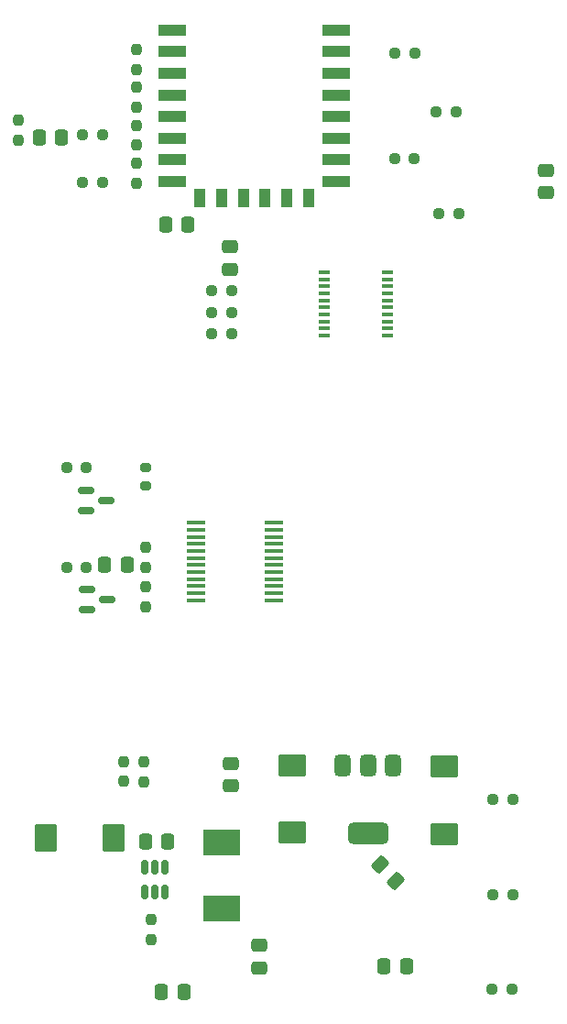
<source format=gtp>
G04 #@! TF.GenerationSoftware,KiCad,Pcbnew,8.0.0*
G04 #@! TF.CreationDate,2024-03-12T14:16:29+01:00*
G04 #@! TF.ProjectId,Samochodzik,53616d6f-6368-46f6-947a-696b2e6b6963,rev?*
G04 #@! TF.SameCoordinates,Original*
G04 #@! TF.FileFunction,Paste,Top*
G04 #@! TF.FilePolarity,Positive*
%FSLAX46Y46*%
G04 Gerber Fmt 4.6, Leading zero omitted, Abs format (unit mm)*
G04 Created by KiCad (PCBNEW 8.0.0) date 2024-03-12 14:16:29*
%MOMM*%
%LPD*%
G01*
G04 APERTURE LIST*
G04 Aperture macros list*
%AMRoundRect*
0 Rectangle with rounded corners*
0 $1 Rounding radius*
0 $2 $3 $4 $5 $6 $7 $8 $9 X,Y pos of 4 corners*
0 Add a 4 corners polygon primitive as box body*
4,1,4,$2,$3,$4,$5,$6,$7,$8,$9,$2,$3,0*
0 Add four circle primitives for the rounded corners*
1,1,$1+$1,$2,$3*
1,1,$1+$1,$4,$5*
1,1,$1+$1,$6,$7*
1,1,$1+$1,$8,$9*
0 Add four rect primitives between the rounded corners*
20,1,$1+$1,$2,$3,$4,$5,0*
20,1,$1+$1,$4,$5,$6,$7,0*
20,1,$1+$1,$6,$7,$8,$9,0*
20,1,$1+$1,$8,$9,$2,$3,0*%
G04 Aperture macros list end*
%ADD10RoundRect,0.150000X-0.150000X0.512500X-0.150000X-0.512500X0.150000X-0.512500X0.150000X0.512500X0*%
%ADD11RoundRect,0.250000X-0.337500X-0.475000X0.337500X-0.475000X0.337500X0.475000X-0.337500X0.475000X0*%
%ADD12RoundRect,0.237500X-0.250000X-0.237500X0.250000X-0.237500X0.250000X0.237500X-0.250000X0.237500X0*%
%ADD13RoundRect,0.237500X0.250000X0.237500X-0.250000X0.237500X-0.250000X-0.237500X0.250000X-0.237500X0*%
%ADD14RoundRect,0.375000X-0.375000X0.625000X-0.375000X-0.625000X0.375000X-0.625000X0.375000X0.625000X0*%
%ADD15RoundRect,0.500000X-1.400000X0.500000X-1.400000X-0.500000X1.400000X-0.500000X1.400000X0.500000X0*%
%ADD16RoundRect,0.237500X0.237500X-0.250000X0.237500X0.250000X-0.237500X0.250000X-0.237500X-0.250000X0*%
%ADD17R,1.000000X0.400000*%
%ADD18RoundRect,0.250000X-0.574524X-0.097227X-0.097227X-0.574524X0.574524X0.097227X0.097227X0.574524X0*%
%ADD19RoundRect,0.250000X0.787500X1.025000X-0.787500X1.025000X-0.787500X-1.025000X0.787500X-1.025000X0*%
%ADD20RoundRect,0.250000X-1.025000X0.787500X-1.025000X-0.787500X1.025000X-0.787500X1.025000X0.787500X0*%
%ADD21RoundRect,0.237500X-0.237500X0.250000X-0.237500X-0.250000X0.237500X-0.250000X0.237500X0.250000X0*%
%ADD22RoundRect,0.250000X0.337500X0.475000X-0.337500X0.475000X-0.337500X-0.475000X0.337500X-0.475000X0*%
%ADD23R,1.750000X0.450000*%
%ADD24RoundRect,0.200000X0.275000X-0.200000X0.275000X0.200000X-0.275000X0.200000X-0.275000X-0.200000X0*%
%ADD25R,3.500000X2.350000*%
%ADD26RoundRect,0.250000X0.475000X-0.337500X0.475000X0.337500X-0.475000X0.337500X-0.475000X-0.337500X0*%
%ADD27R,2.500000X1.000000*%
%ADD28R,1.000000X1.800000*%
%ADD29RoundRect,0.250000X1.025000X-0.787500X1.025000X0.787500X-1.025000X0.787500X-1.025000X-0.787500X0*%
%ADD30RoundRect,0.150000X-0.587500X-0.150000X0.587500X-0.150000X0.587500X0.150000X-0.587500X0.150000X0*%
%ADD31RoundRect,0.250000X-0.475000X0.337500X-0.475000X-0.337500X0.475000X-0.337500X0.475000X0.337500X0*%
G04 APERTURE END LIST*
D10*
G04 #@! TO.C,U4*
X210261751Y-126275000D03*
X209311751Y-126275000D03*
X208361751Y-126275000D03*
X208361751Y-128550000D03*
X209311751Y-128550000D03*
X210261751Y-128550000D03*
G04 #@! TD*
D11*
G04 #@! TO.C,C8*
X209929171Y-137742944D03*
X212004171Y-137742944D03*
G04 #@! TD*
G04 #@! TO.C,C7*
X230486751Y-135412500D03*
X232561751Y-135412500D03*
G04 #@! TD*
D12*
G04 #@! TO.C,R14*
X202652383Y-58628067D03*
X204477383Y-58628067D03*
G04 #@! TD*
G04 #@! TO.C,R20*
X240587500Y-128777500D03*
X242412500Y-128777500D03*
G04 #@! TD*
G04 #@! TO.C,R21*
X240587500Y-119960000D03*
X242412500Y-119960000D03*
G04 #@! TD*
D13*
G04 #@! TO.C,R27*
X233307527Y-60824716D03*
X231482527Y-60824716D03*
G04 #@! TD*
D14*
G04 #@! TO.C,U5*
X231309251Y-116850000D03*
X229009251Y-116850000D03*
D15*
X229009251Y-123150000D03*
D14*
X226709251Y-116850000D03*
G04 #@! TD*
D16*
G04 #@! TO.C,R18*
X207637891Y-63053170D03*
X207637891Y-61228170D03*
G04 #@! TD*
G04 #@! TO.C,R17*
X207637891Y-59553170D03*
X207637891Y-57728170D03*
G04 #@! TD*
D12*
G04 #@! TO.C,R19*
X240485442Y-137542821D03*
X242310442Y-137542821D03*
G04 #@! TD*
D17*
G04 #@! TO.C,U8*
X225000000Y-71300000D03*
X225000000Y-71950000D03*
X225000000Y-72600000D03*
X225000000Y-73250000D03*
X225000000Y-73900000D03*
X225000000Y-74550000D03*
X225000000Y-75200000D03*
X225000000Y-75850000D03*
X225000000Y-76500000D03*
X225000000Y-77150000D03*
X230800000Y-77150000D03*
X230800000Y-76500000D03*
X230800000Y-75850000D03*
X230800000Y-75200000D03*
X230800000Y-74550000D03*
X230800000Y-73900000D03*
X230800000Y-73250000D03*
X230800000Y-72600000D03*
X230800000Y-71950000D03*
X230800000Y-71300000D03*
G04 #@! TD*
D13*
G04 #@! TO.C,R24*
X202973831Y-89345387D03*
X201148831Y-89345387D03*
G04 #@! TD*
D18*
G04 #@! TO.C,C13*
X230146009Y-126010391D03*
X231613255Y-127477637D03*
G04 #@! TD*
D13*
G04 #@! TO.C,R12*
X204473864Y-63014557D03*
X202648864Y-63014557D03*
G04 #@! TD*
D19*
G04 #@! TO.C,C3*
X205465391Y-123547877D03*
X199240391Y-123547877D03*
G04 #@! TD*
D20*
G04 #@! TO.C,C1*
X221986751Y-116822500D03*
X221986751Y-123047500D03*
G04 #@! TD*
D21*
G04 #@! TO.C,R3*
X206419934Y-116496658D03*
X206419934Y-118321658D03*
G04 #@! TD*
D22*
G04 #@! TO.C,C16*
X206759273Y-98306849D03*
X204684273Y-98306849D03*
G04 #@! TD*
D23*
G04 #@! TO.C,U6*
X220335354Y-101575000D03*
X220335354Y-100925000D03*
X220335354Y-100275000D03*
X220335354Y-99625000D03*
X220335354Y-98975000D03*
X220335354Y-98325000D03*
X220335354Y-97675000D03*
X220335354Y-97025000D03*
X220335354Y-96375000D03*
X220335354Y-95725000D03*
X220335354Y-95075000D03*
X220335354Y-94425000D03*
X213135354Y-94425000D03*
X213135354Y-95075000D03*
X213135354Y-95725000D03*
X213135354Y-96375000D03*
X213135354Y-97025000D03*
X213135354Y-97675000D03*
X213135354Y-98325000D03*
X213135354Y-98975000D03*
X213135354Y-99625000D03*
X213135354Y-100275000D03*
X213135354Y-100925000D03*
X213135354Y-101575000D03*
G04 #@! TD*
D24*
G04 #@! TO.C,R25*
X208446965Y-90997771D03*
X208446965Y-89347771D03*
G04 #@! TD*
D25*
G04 #@! TO.C,L1*
X215500000Y-123975000D03*
X215500000Y-130025000D03*
G04 #@! TD*
D12*
G04 #@! TO.C,R28*
X214587500Y-77000000D03*
X216412500Y-77000000D03*
G04 #@! TD*
D16*
G04 #@! TO.C,R1*
X208986751Y-132912500D03*
X208986751Y-131087500D03*
G04 #@! TD*
D26*
G04 #@! TO.C,C6*
X219000000Y-135537500D03*
X219000000Y-133462500D03*
G04 #@! TD*
D16*
G04 #@! TO.C,R22*
X208503635Y-102182193D03*
X208503635Y-100357193D03*
G04 #@! TD*
G04 #@! TO.C,R11*
X207637891Y-52553170D03*
X207637891Y-50728170D03*
G04 #@! TD*
D21*
G04 #@! TO.C,R31*
X208511248Y-96707074D03*
X208511248Y-98532074D03*
G04 #@! TD*
D27*
G04 #@! TO.C,U1*
X210900000Y-48912500D03*
X210900000Y-50912500D03*
X210900000Y-52912500D03*
X210900000Y-54912500D03*
X210900000Y-56912500D03*
X210900000Y-58912500D03*
X210900000Y-60912500D03*
X210900000Y-62912500D03*
D28*
X213500000Y-64412500D03*
X215500000Y-64412500D03*
X217500000Y-64412500D03*
X219500000Y-64412500D03*
X221500000Y-64412500D03*
X223500000Y-64412500D03*
D27*
X226100000Y-62912500D03*
X226100000Y-60912500D03*
X226100000Y-58912500D03*
X226100000Y-56912500D03*
X226100000Y-54912500D03*
X226100000Y-52912500D03*
X226100000Y-50912500D03*
X226100000Y-48912500D03*
G04 #@! TD*
D12*
G04 #@! TO.C,R30*
X214587500Y-73000000D03*
X216412500Y-73000000D03*
G04 #@! TD*
D13*
G04 #@! TO.C,R26*
X233344818Y-51095740D03*
X231519818Y-51095740D03*
G04 #@! TD*
D11*
G04 #@! TO.C,C14*
X210308465Y-66911542D03*
X212383465Y-66911542D03*
G04 #@! TD*
D16*
G04 #@! TO.C,R10*
X207637891Y-56053170D03*
X207637891Y-54228170D03*
G04 #@! TD*
D12*
G04 #@! TO.C,R23*
X201172575Y-98548954D03*
X202997575Y-98548954D03*
G04 #@! TD*
G04 #@! TO.C,R29*
X214587500Y-75000000D03*
X216412500Y-75000000D03*
G04 #@! TD*
D29*
G04 #@! TO.C,C15*
X236084251Y-123182500D03*
X236084251Y-116957500D03*
G04 #@! TD*
D30*
G04 #@! TO.C,Q4*
X203062500Y-100550000D03*
X203062500Y-102450000D03*
X204937500Y-101500000D03*
G04 #@! TD*
D13*
G04 #@! TO.C,R15*
X237169313Y-56476199D03*
X235344313Y-56476199D03*
G04 #@! TD*
G04 #@! TO.C,R13*
X237412500Y-65912500D03*
X235587500Y-65912500D03*
G04 #@! TD*
D26*
G04 #@! TO.C,C9*
X216336417Y-118736190D03*
X216336417Y-116661190D03*
G04 #@! TD*
D16*
G04 #@! TO.C,R2*
X208330848Y-118350611D03*
X208330848Y-116525611D03*
G04 #@! TD*
D31*
G04 #@! TO.C,C10*
X245500000Y-61875000D03*
X245500000Y-63950000D03*
G04 #@! TD*
D22*
G04 #@! TO.C,C5*
X210524251Y-123912500D03*
X208449251Y-123912500D03*
G04 #@! TD*
D21*
G04 #@! TO.C,R16*
X196732276Y-57263840D03*
X196732276Y-59088840D03*
G04 #@! TD*
D26*
G04 #@! TO.C,C12*
X216290467Y-70999225D03*
X216290467Y-68924225D03*
G04 #@! TD*
D30*
G04 #@! TO.C,Q3*
X202962500Y-91440552D03*
X202962500Y-93340552D03*
X204837500Y-92390552D03*
G04 #@! TD*
D22*
G04 #@! TO.C,C11*
X200683379Y-58884303D03*
X198608379Y-58884303D03*
G04 #@! TD*
M02*

</source>
